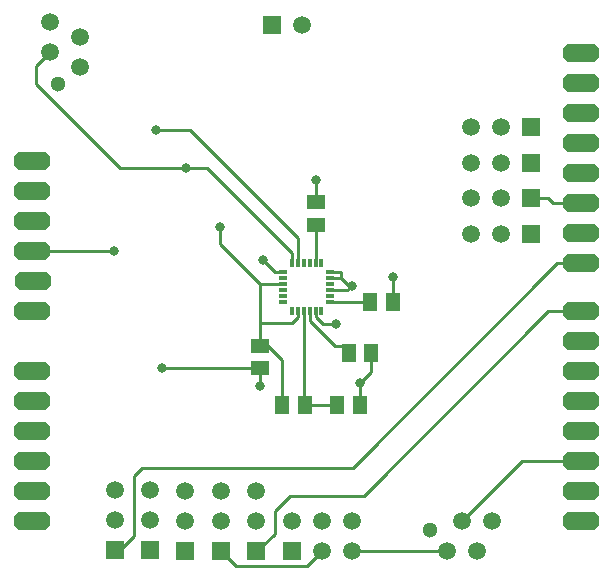
<source format=gtl>
%FSAX42Y42*%
%MOMM*%
G71*
G01*
G75*
G04 Layer_Physical_Order=1*
G04 Layer_Color=255*
%ADD10R,1.30X1.60*%
%ADD11R,1.60X1.30*%
%ADD12R,0.80X0.33*%
%ADD13R,0.33X0.80*%
%ADD14C,0.25*%
%ADD15C,0.24*%
G04:AMPARAMS|DCode=16|XSize=3mm|YSize=1.5mm|CornerRadius=0mm|HoleSize=0mm|Usage=FLASHONLY|Rotation=0.000|XOffset=0mm|YOffset=0mm|HoleType=Round|Shape=Octagon|*
%AMOCTAGOND16*
4,1,8,1.50,-0.38,1.50,0.38,1.13,0.75,-1.13,0.75,-1.50,0.38,-1.50,-0.38,-1.13,-0.75,1.13,-0.75,1.50,-0.38,0.0*
%
%ADD16OCTAGOND16*%

%ADD17C,1.50*%
%ADD18C,1.30*%
%ADD19R,1.50X1.50*%
%ADD20R,1.50X1.50*%
%ADD21C,0.80*%
D10*
X005355Y004440D02*
D03*
X005545D02*
D03*
X005730Y004872D02*
D03*
X005540D02*
D03*
X004985Y003997D02*
D03*
X004795D02*
D03*
X005260Y004000D02*
D03*
X005450D02*
D03*
D11*
X004608Y004310D02*
D03*
Y004500D02*
D03*
X005075Y005528D02*
D03*
Y005717D02*
D03*
D12*
X005200Y005075D02*
D03*
Y005125D02*
D03*
Y004975D02*
D03*
Y005025D02*
D03*
Y004925D02*
D03*
Y004875D02*
D03*
X004800Y005075D02*
D03*
X004800Y005125D02*
D03*
X004800Y005025D02*
D03*
Y004925D02*
D03*
Y004975D02*
D03*
Y004874D02*
D03*
D13*
X005075Y005200D02*
D03*
X005025D02*
D03*
X005125D02*
D03*
Y004795D02*
D03*
X005025D02*
D03*
X004975D02*
D03*
X005075D02*
D03*
X004925Y005200D02*
D03*
X004875D02*
D03*
X004975D02*
D03*
X004875Y004795D02*
D03*
X004925D02*
D03*
D14*
X003538Y003403D02*
X003603Y003467D01*
X003538Y002890D02*
Y003403D01*
X006822Y003527D02*
X007413D01*
X007047Y004797D02*
X007413D01*
X007123Y005203D02*
X007413D01*
X007086Y005711D02*
X007413D01*
X003775Y004310D02*
X004608D01*
X005025Y004715D02*
X005240Y004500D01*
X005025Y004715D02*
Y004795D01*
X002824Y007184D02*
Y007241D01*
X006315Y003019D02*
X006822Y003527D01*
X003417Y002770D02*
X003538Y002890D01*
X003373Y002770D02*
X003417D01*
X004862Y003233D02*
X005483D01*
X004730Y003100D02*
X004862Y003233D01*
X004730Y002912D02*
Y003100D01*
X004580Y002762D02*
X004730Y002912D01*
X004573Y002762D02*
X004580D01*
X004273Y002765D02*
X004398Y002640D01*
X005002D01*
X005127Y002765D01*
X005335D02*
X005381D01*
X005200Y004875D02*
X005203Y004872D01*
X005381Y002765D02*
X005381Y002765D01*
X006188D01*
X005483Y003233D02*
X007047Y004797D01*
X005200Y004875D02*
X005538D01*
X007047Y005750D02*
X007086Y005711D01*
X006900Y005750D02*
X007047D01*
X003603Y003467D02*
X005388D01*
X007123Y005203D01*
X004608Y004165D02*
Y004310D01*
X005240Y004500D02*
X005295D01*
X005450Y004000D02*
Y004183D01*
X005545Y004278D02*
Y004440D01*
X005450Y004183D02*
X005545Y004278D01*
X005730Y004872D02*
Y005083D01*
X005075Y005717D02*
Y005905D01*
X004608Y004890D02*
Y005022D01*
X002587Y005305D02*
X003365D01*
X003367Y005303D01*
X005075Y004742D02*
Y004795D01*
X004262Y005367D02*
X004608Y005022D01*
X004262Y005367D02*
Y005505D01*
X004628Y005225D02*
X004728Y005125D01*
X005342Y004975D02*
X005380Y005012D01*
X005292Y005075D02*
X005355Y005012D01*
X005380D01*
X005292Y005075D02*
Y005125D01*
X005075Y004742D02*
X005135Y004683D01*
X005250D01*
X005200Y005125D02*
X005292D01*
X005200Y005075D02*
X005292D01*
X005200Y004975D02*
X005342D01*
X004728Y005125D02*
X004800D01*
D15*
X004924Y004742D02*
Y004794D01*
X004925Y004795D01*
X004012Y006325D02*
X004925Y005412D01*
X003720Y006325D02*
X004012D01*
X003420Y006005D02*
X003978D01*
X002708Y006718D02*
X003420Y006005D01*
X002708Y006718D02*
Y006871D01*
X002824Y006987D01*
X004878Y004695D02*
X004924Y004742D01*
X004608Y004695D02*
X004878D01*
X004608Y004500D02*
Y004695D01*
Y004890D01*
X004985Y003997D02*
X005258D01*
X004608Y004500D02*
X004675D01*
X004795Y004380D01*
Y003997D02*
Y004380D01*
X004975Y004008D02*
Y004795D01*
X004800Y005025D02*
X004801Y005024D01*
X004610Y005025D02*
X004800D01*
X004608Y005022D02*
X004610Y005025D01*
X004925Y005200D02*
Y005412D01*
X005075Y005200D02*
Y005528D01*
X004875Y005200D02*
Y005288D01*
X004158Y006005D02*
X004875Y005288D01*
X003978Y006005D02*
X004158D01*
D16*
X007323Y005457D02*
D03*
Y005711D02*
D03*
Y004797D02*
D03*
Y005203D02*
D03*
Y006727D02*
D03*
Y006981D02*
D03*
Y005965D02*
D03*
Y006219D02*
D03*
Y003527D02*
D03*
Y003019D02*
D03*
Y003273D02*
D03*
Y004289D02*
D03*
Y004543D02*
D03*
Y003781D02*
D03*
Y004035D02*
D03*
Y006473D02*
D03*
X002677Y005813D02*
D03*
Y006067D02*
D03*
Y005305D02*
D03*
Y005559D02*
D03*
Y004797D02*
D03*
X002680Y005051D02*
D03*
X002677Y004035D02*
D03*
Y004289D02*
D03*
Y003781D02*
D03*
Y003527D02*
D03*
Y003019D02*
D03*
Y003273D02*
D03*
D17*
X006568Y003019D02*
D03*
X006315D02*
D03*
X006442Y002765D02*
D03*
X006188D02*
D03*
X005381Y003019D02*
D03*
Y002765D02*
D03*
X005127Y003019D02*
D03*
Y002765D02*
D03*
X004873Y003019D02*
D03*
X003373Y003024D02*
D03*
Y003278D02*
D03*
X006392Y006050D02*
D03*
X006646D02*
D03*
X006392Y005450D02*
D03*
X006646D02*
D03*
X003973Y003273D02*
D03*
Y003019D02*
D03*
X006392Y005750D02*
D03*
X006646D02*
D03*
X004273Y003273D02*
D03*
Y003019D02*
D03*
X003673Y003278D02*
D03*
Y003024D02*
D03*
X003077Y006860D02*
D03*
X002824Y006987D02*
D03*
X003077Y007114D02*
D03*
X002824Y007241D02*
D03*
X006392Y006350D02*
D03*
X006646D02*
D03*
X004573Y003271D02*
D03*
Y003017D02*
D03*
X004956Y007220D02*
D03*
D18*
X006047Y002945D02*
D03*
X002898Y006720D02*
D03*
D19*
X004873Y002765D02*
D03*
X006900Y006050D02*
D03*
Y005450D02*
D03*
Y005750D02*
D03*
Y006350D02*
D03*
X004703Y007220D02*
D03*
D20*
X003373Y002770D02*
D03*
X003973Y002765D02*
D03*
X004273D02*
D03*
X003673Y002770D02*
D03*
X004573Y002762D02*
D03*
D21*
X003367Y005303D02*
D03*
X003775Y004310D02*
D03*
X003720Y006325D02*
D03*
X003978Y006005D02*
D03*
X004262Y005505D02*
D03*
X004608Y004165D02*
D03*
X005450Y004183D02*
D03*
X005730Y005083D02*
D03*
X005075Y005905D02*
D03*
X004628Y005225D02*
D03*
X005380Y005012D02*
D03*
X005250Y004683D02*
D03*
M02*

</source>
